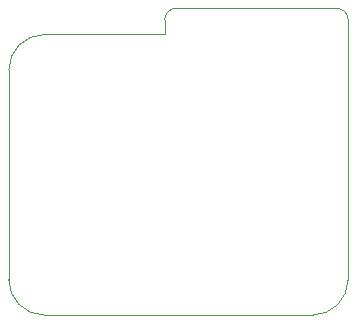
<source format=gbr>
%TF.GenerationSoftware,KiCad,Pcbnew,8.99.0-2194-gb3b7cbcab2*%
%TF.CreationDate,2024-11-16T00:43:09-05:00*%
%TF.ProjectId,minifoc esc,6d696e69-666f-4632-9065-73632e6b6963,V1.0*%
%TF.SameCoordinates,Original*%
%TF.FileFunction,Profile,NP*%
%FSLAX46Y46*%
G04 Gerber Fmt 4.6, Leading zero omitted, Abs format (unit mm)*
G04 Created by KiCad (PCBNEW 8.99.0-2194-gb3b7cbcab2) date 2024-11-16 00:43:09*
%MOMM*%
%LPD*%
G01*
G04 APERTURE LIST*
%TA.AperFunction,Profile*%
%ADD10C,0.050000*%
%TD*%
G04 APERTURE END LIST*
D10*
X147910000Y-87800000D02*
X161440000Y-87800000D01*
X162440000Y-88800000D02*
X162440000Y-93030000D01*
X162440000Y-93030000D02*
X162440000Y-110780000D01*
X133711320Y-93030000D02*
G75*
G02*
X136711320Y-90030020I2999980J0D01*
G01*
X162440000Y-110780000D02*
G75*
G02*
X159440000Y-113780000I-3000000J0D01*
G01*
X133711320Y-110780000D02*
X133711320Y-93030000D01*
X136711320Y-90030000D02*
X146910000Y-90030000D01*
X146910000Y-88800000D02*
G75*
G02*
X147910000Y-87800000I1000000J0D01*
G01*
X146910000Y-90030000D02*
X146910000Y-88800000D01*
X136711320Y-113780000D02*
G75*
G02*
X133711300Y-110780000I-20J3000000D01*
G01*
X159440000Y-113780000D02*
X136711320Y-113780000D01*
X161440000Y-87800000D02*
G75*
G02*
X162440000Y-88800000I0J-1000000D01*
G01*
M02*

</source>
